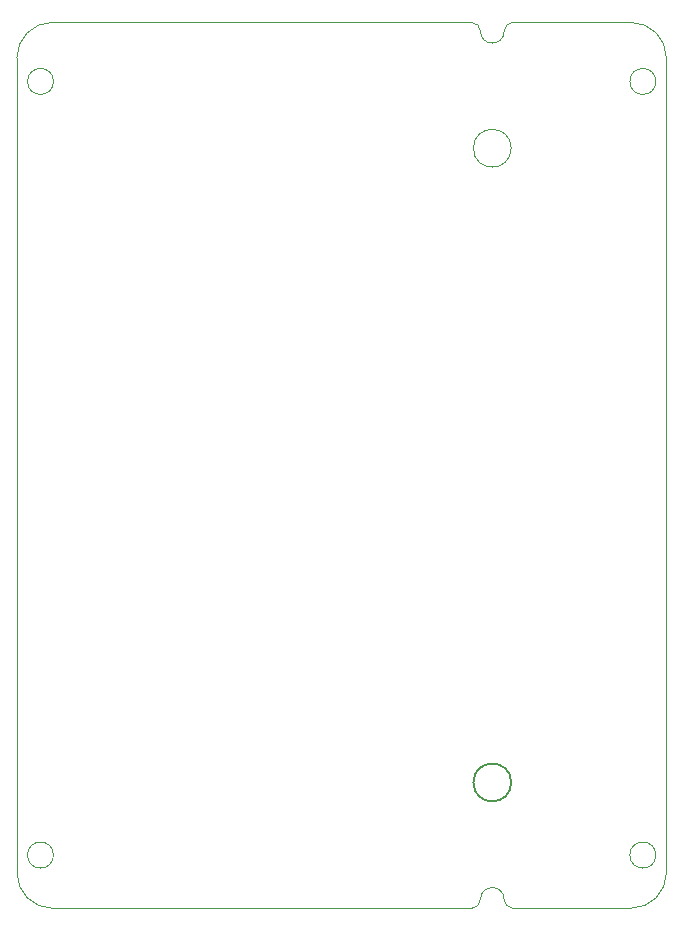
<source format=gbr>
%TF.GenerationSoftware,KiCad,Pcbnew,7.0.5*%
%TF.CreationDate,2023-11-27T01:09:10+09:00*%
%TF.ProjectId,Ultramarine-2_Control_Unit,556c7472-616d-4617-9269-6e652d325f43,rev?*%
%TF.SameCoordinates,Original*%
%TF.FileFunction,Profile,NP*%
%FSLAX46Y46*%
G04 Gerber Fmt 4.6, Leading zero omitted, Abs format (unit mm)*
G04 Created by KiCad (PCBNEW 7.0.5) date 2023-11-27 01:09:10*
%MOMM*%
%LPD*%
G01*
G04 APERTURE LIST*
%TA.AperFunction,Profile*%
%ADD10C,0.100000*%
%TD*%
%TA.AperFunction,Profile*%
%ADD11C,0.200000*%
%TD*%
G04 APERTURE END LIST*
D10*
X163500000Y-125000000D02*
G75*
G03*
X164250000Y-124250000I0J750000D01*
G01*
X164250000Y-50750000D02*
G75*
G03*
X166250000Y-50750000I1000000J0D01*
G01*
X167000000Y-50000000D02*
G75*
G03*
X166250000Y-50750000I0J-750000D01*
G01*
X125000000Y-122000000D02*
X125000000Y-53000000D01*
X128100000Y-55000000D02*
G75*
G03*
X128100000Y-55000000I-1100000J0D01*
G01*
X163500000Y-125000000D02*
X128000000Y-125000000D01*
X179100000Y-120500000D02*
G75*
G03*
X179100000Y-120500000I-1100000J0D01*
G01*
X128000000Y-50000000D02*
G75*
G03*
X125000000Y-53000000I0J-3000000D01*
G01*
X180000000Y-53000000D02*
X180000000Y-122000000D01*
X166850000Y-60650000D02*
G75*
G03*
X166850000Y-60650000I-1600000J0D01*
G01*
X166250000Y-124250000D02*
G75*
G03*
X164250000Y-124250000I-1000000J0D01*
G01*
X125000000Y-122000000D02*
G75*
G03*
X128000000Y-125000000I3000000J0D01*
G01*
X128000000Y-50000000D02*
X163500000Y-50000000D01*
X166250000Y-124250000D02*
G75*
G03*
X167000000Y-125000000I750000J0D01*
G01*
X177000000Y-125000000D02*
G75*
G03*
X180000000Y-122000000I0J3000000D01*
G01*
X177000000Y-50000000D02*
X167000000Y-50000000D01*
X179100000Y-55000000D02*
G75*
G03*
X179100000Y-55000000I-1100000J0D01*
G01*
D11*
X166850000Y-114350000D02*
G75*
G03*
X166850000Y-114350000I-1600000J0D01*
G01*
D10*
X128100000Y-120500000D02*
G75*
G03*
X128100000Y-120500000I-1100000J0D01*
G01*
X180000000Y-53000000D02*
G75*
G03*
X177000000Y-50000000I-3000000J0D01*
G01*
X164250000Y-50750000D02*
G75*
G03*
X163500000Y-50000000I-750000J0D01*
G01*
X177000000Y-125000000D02*
X167000000Y-125000000D01*
M02*

</source>
